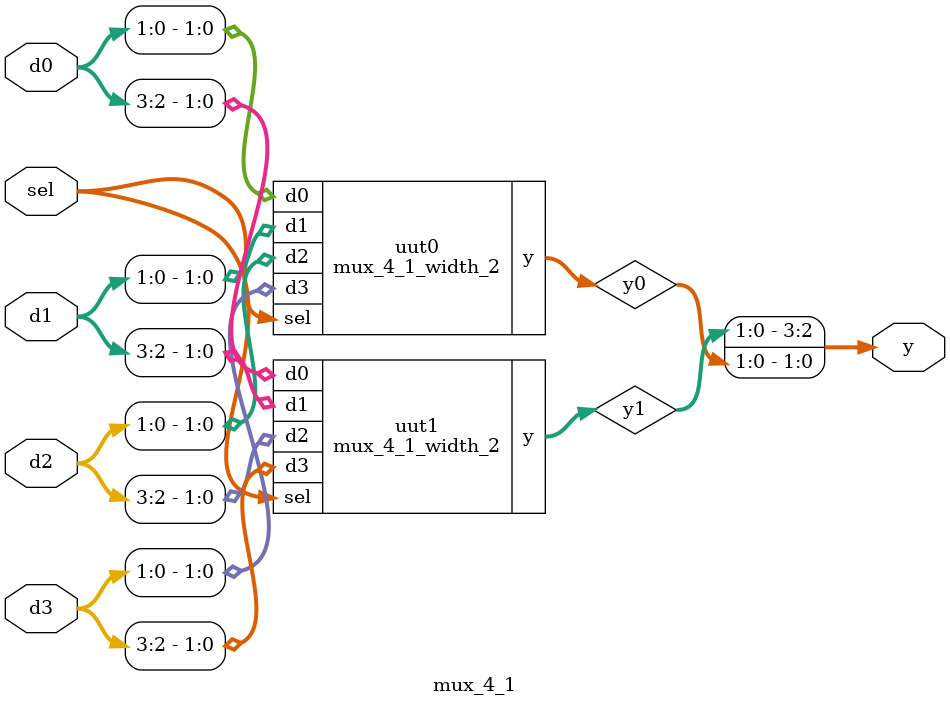
<source format=sv>

module mux_4_1_width_2
(
  input  [1:0] d0, d1, d2, d3,
  input  [1:0] sel,
  output [1:0] y
);

  assign y = sel [1] ? (sel [0] ? d3 : d2)
                     : (sel [0] ? d1 : d0);

endmodule

//----------------------------------------------------------------------------
// Task
//----------------------------------------------------------------------------

module mux_4_1
(
  input  [3:0] d0, d1, d2, d3,
  input  [1:0] sel,
  output [3:0] y
);

  // Task:
  // Implement mux_4_1 with 4-bit data
  // using two instances of mux_4_1_width_2 with 2-bit data
logic [1:0] y0, y1;

mux_4_1_width_2 uut0(
  .d0(d0[1:0]), 
  .d1(d1[1:0]), 
  .d2(d2[1:0]), 
  .d3(d3[1:0]),
  .sel(sel),
  .y(y0)
);
mux_4_1_width_2 uut1(
  .d0(d0[3:2]), 
  .d1(d1[3:2]), 
  .d2(d2[3:2]), 
  .d3(d3[3:2]),
  .sel(sel),
  .y(y1)
);

assign y = {y1,y0};
endmodule

</source>
